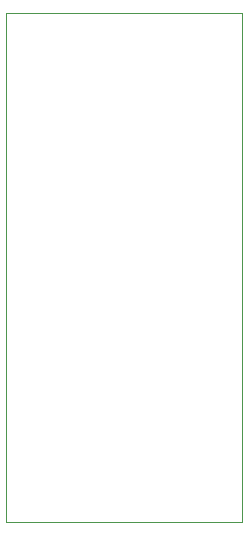
<source format=gbr>
G04*
G04 #@! TF.GenerationSoftware,Altium Limited,Altium Designer,23.4.1 (23)*
G04*
G04 Layer_Color=0*
%FSLAX44Y44*%
%MOMM*%
G71*
G04*
G04 #@! TF.SameCoordinates,01B2709E-CF7D-401B-80F6-C698A41CF17C*
G04*
G04*
G04 #@! TF.FilePolarity,Positive*
G04*
G01*
G75*
%ADD32C,0.0254*%
D32*
X0Y0D02*
X200000D01*
Y431000D01*
X0D01*
Y0D01*
M02*

</source>
